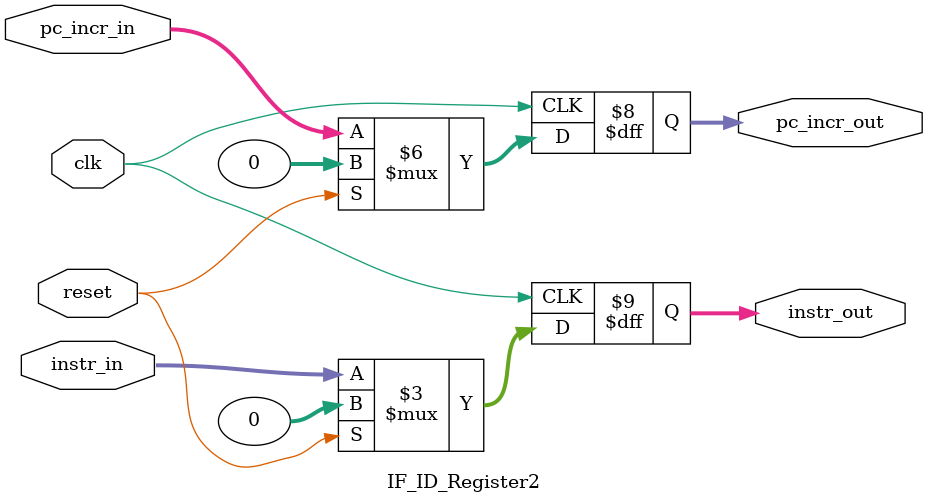
<source format=v>
module IF_ID_Register2( clk, reset, pc_incr_in, instr_in, pc_incr_out, instr_out ) ;
	input reset, clk ;
	input [31:0] pc_incr_in, instr_in ;
	output [31:0] pc_incr_out ;
	output [31:0] instr_out ;
	
	reg [31:0] pc_incr_out, instr_out ;
	
	always@( posedge clk ) begin
		if( reset ) begin
			pc_incr_out = 32'b0 ;
			instr_out = 32'b0 ;
		end
		else begin
			pc_incr_out = pc_incr_in ;
			instr_out = instr_in ;
		end
	end
	
endmodule
</source>
